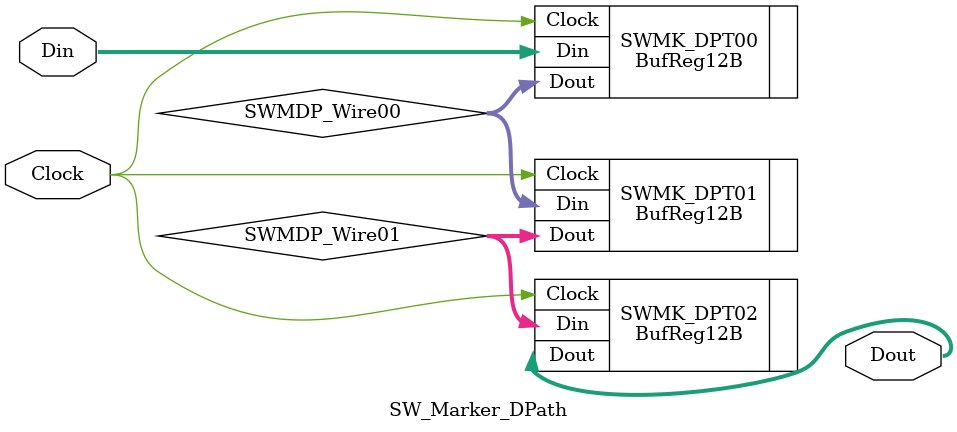
<source format=v>
`timescale	1ns/1ps

module	SW_Marker_DPath(Dout, Din, Clock)	;

output	[11:0]	Dout	;
wire	[11:0]	Dout	;

input	[11:0]	Din	;
wire	[11:0]	Din	;

input	Clock	;
wire	Clock	;


wire	[11:0]	SWMDP_Wire00, SWMDP_Wire01	;

BufReg12B		SWMK_DPT00(.Dout(SWMDP_Wire00), .Din(Din), .Clock(Clock))	;
BufReg12B		SWMK_DPT01(.Dout(SWMDP_Wire01), .Din(SWMDP_Wire00), .Clock(Clock))	;
BufReg12B		SWMK_DPT02(.Dout(Dout), .Din(SWMDP_Wire01), .Clock(Clock))	;

endmodule

</source>
